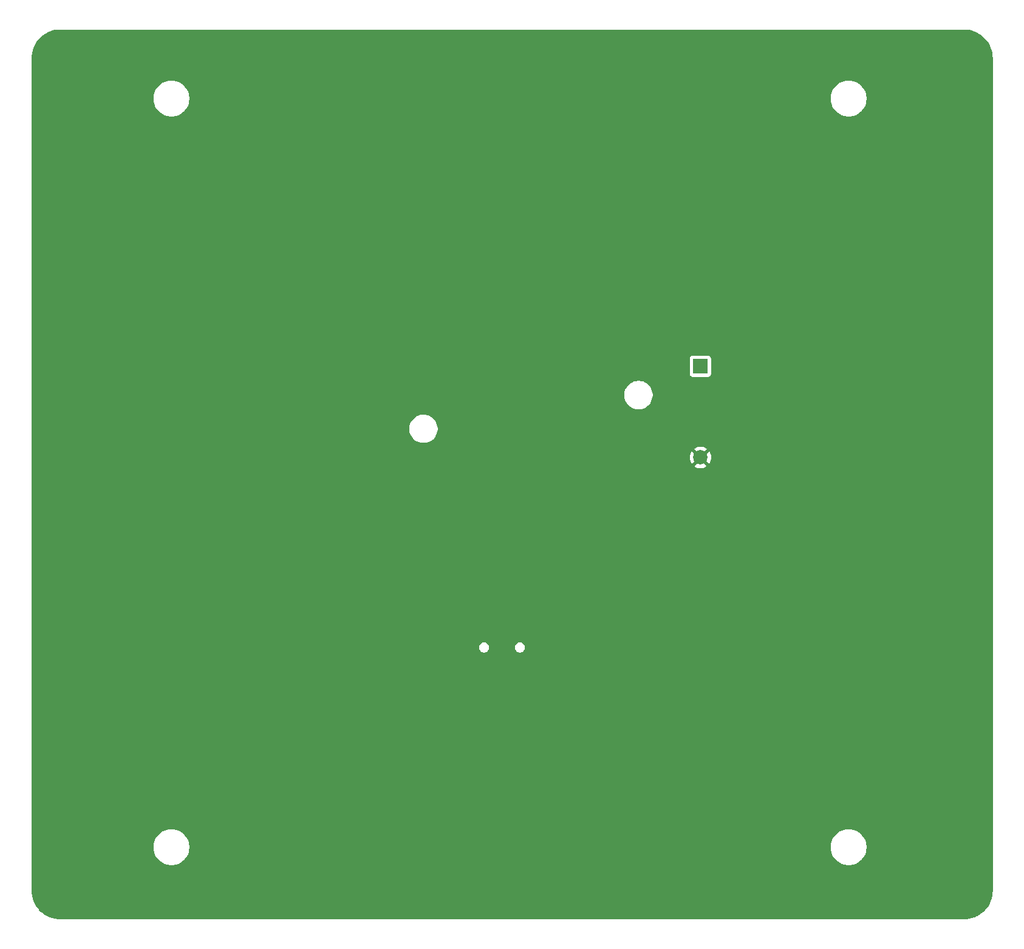
<source format=gbl>
G04 #@! TF.GenerationSoftware,KiCad,Pcbnew,8.0.5*
G04 #@! TF.CreationDate,2025-02-21T17:38:32-06:00*
G04 #@! TF.ProjectId,ArmorPlate,41726d6f-7250-46c6-9174-652e6b696361,rev?*
G04 #@! TF.SameCoordinates,Original*
G04 #@! TF.FileFunction,Copper,L2,Bot*
G04 #@! TF.FilePolarity,Positive*
%FSLAX46Y46*%
G04 Gerber Fmt 4.6, Leading zero omitted, Abs format (unit mm)*
G04 Created by KiCad (PCBNEW 8.0.5) date 2025-02-21 17:38:32*
%MOMM*%
%LPD*%
G01*
G04 APERTURE LIST*
G04 #@! TA.AperFunction,ComponentPad*
%ADD10R,2.000000X2.000000*%
G04 #@! TD*
G04 #@! TA.AperFunction,ComponentPad*
%ADD11C,2.000000*%
G04 #@! TD*
G04 APERTURE END LIST*
D10*
X176300000Y-77650000D03*
D11*
X176300000Y-90350000D03*
G04 #@! TA.AperFunction,Conductor*
G36*
X213052855Y-30675632D02*
G01*
X213413310Y-30692296D01*
X213424700Y-30693352D01*
X213779238Y-30742808D01*
X213790482Y-30744910D01*
X214138944Y-30826867D01*
X214149934Y-30829994D01*
X214489368Y-30943761D01*
X214500022Y-30947889D01*
X214827488Y-31092479D01*
X214837735Y-31097581D01*
X215150452Y-31271765D01*
X215160190Y-31277794D01*
X215455512Y-31480093D01*
X215464652Y-31486996D01*
X215740035Y-31715671D01*
X215748499Y-31723387D01*
X216001612Y-31976500D01*
X216009328Y-31984964D01*
X216238003Y-32260347D01*
X216244906Y-32269487D01*
X216447205Y-32564809D01*
X216453234Y-32574547D01*
X216627418Y-32887264D01*
X216632523Y-32897517D01*
X216777105Y-33224964D01*
X216781243Y-33235644D01*
X216895001Y-33575052D01*
X216898135Y-33586068D01*
X216980087Y-33934509D01*
X216982192Y-33945768D01*
X217031646Y-34300292D01*
X217032703Y-34311696D01*
X217049368Y-34672144D01*
X217049500Y-34677871D01*
X217049500Y-150742128D01*
X217049368Y-150747855D01*
X217032703Y-151108303D01*
X217031646Y-151119707D01*
X216982192Y-151474231D01*
X216980087Y-151485490D01*
X216898135Y-151833931D01*
X216895001Y-151844947D01*
X216781243Y-152184355D01*
X216777105Y-152195035D01*
X216632523Y-152522482D01*
X216627418Y-152532735D01*
X216453234Y-152845452D01*
X216447205Y-152855190D01*
X216244906Y-153150512D01*
X216238003Y-153159652D01*
X216009328Y-153435035D01*
X216001612Y-153443499D01*
X215748499Y-153696612D01*
X215740035Y-153704328D01*
X215464652Y-153933003D01*
X215455512Y-153939906D01*
X215160190Y-154142205D01*
X215150452Y-154148234D01*
X214837735Y-154322418D01*
X214827482Y-154327523D01*
X214500035Y-154472105D01*
X214489355Y-154476243D01*
X214149947Y-154590001D01*
X214138931Y-154593135D01*
X213790490Y-154675087D01*
X213779231Y-154677192D01*
X213424707Y-154726646D01*
X213413303Y-154727703D01*
X213052855Y-154744368D01*
X213047128Y-154744500D01*
X87052872Y-154744500D01*
X87047145Y-154744368D01*
X86686696Y-154727703D01*
X86675292Y-154726646D01*
X86320768Y-154677192D01*
X86309509Y-154675087D01*
X85961068Y-154593135D01*
X85950052Y-154590001D01*
X85610644Y-154476243D01*
X85599964Y-154472105D01*
X85272517Y-154327523D01*
X85262264Y-154322418D01*
X84949547Y-154148234D01*
X84939809Y-154142205D01*
X84644487Y-153939906D01*
X84635347Y-153933003D01*
X84359964Y-153704328D01*
X84351500Y-153696612D01*
X84098387Y-153443499D01*
X84090671Y-153435035D01*
X83861994Y-153159649D01*
X83855093Y-153150512D01*
X83652794Y-152855190D01*
X83646765Y-152845452D01*
X83557283Y-152684803D01*
X83472579Y-152532731D01*
X83467476Y-152522482D01*
X83322889Y-152195022D01*
X83318761Y-152184368D01*
X83204994Y-151844934D01*
X83201867Y-151833944D01*
X83119910Y-151485482D01*
X83117807Y-151474231D01*
X83068353Y-151119707D01*
X83067296Y-151108303D01*
X83050632Y-150747855D01*
X83050500Y-150742128D01*
X83050500Y-144559568D01*
X100049500Y-144559568D01*
X100049500Y-144840431D01*
X100080942Y-145119494D01*
X100080945Y-145119512D01*
X100143439Y-145393317D01*
X100143443Y-145393329D01*
X100236200Y-145658411D01*
X100358053Y-145911442D01*
X100358055Y-145911445D01*
X100507477Y-146149248D01*
X100682584Y-146368825D01*
X100881175Y-146567416D01*
X101100752Y-146742523D01*
X101338555Y-146891945D01*
X101591592Y-147013801D01*
X101790680Y-147083465D01*
X101856670Y-147106556D01*
X101856682Y-147106560D01*
X102130491Y-147169055D01*
X102130497Y-147169055D01*
X102130505Y-147169057D01*
X102316547Y-147190018D01*
X102409569Y-147200499D01*
X102409572Y-147200500D01*
X102409575Y-147200500D01*
X102690428Y-147200500D01*
X102690429Y-147200499D01*
X102833055Y-147184429D01*
X102969494Y-147169057D01*
X102969499Y-147169056D01*
X102969509Y-147169055D01*
X103243318Y-147106560D01*
X103508408Y-147013801D01*
X103761445Y-146891945D01*
X103999248Y-146742523D01*
X104218825Y-146567416D01*
X104417416Y-146368825D01*
X104592523Y-146149248D01*
X104741945Y-145911445D01*
X104863801Y-145658408D01*
X104956560Y-145393318D01*
X105019055Y-145119509D01*
X105050500Y-144840425D01*
X105050500Y-144559575D01*
X105050499Y-144559568D01*
X194449500Y-144559568D01*
X194449500Y-144840431D01*
X194480942Y-145119494D01*
X194480945Y-145119512D01*
X194543439Y-145393317D01*
X194543443Y-145393329D01*
X194636200Y-145658411D01*
X194758053Y-145911442D01*
X194758055Y-145911445D01*
X194907477Y-146149248D01*
X195082584Y-146368825D01*
X195281175Y-146567416D01*
X195500752Y-146742523D01*
X195738555Y-146891945D01*
X195991592Y-147013801D01*
X196190680Y-147083465D01*
X196256670Y-147106556D01*
X196256682Y-147106560D01*
X196530491Y-147169055D01*
X196530497Y-147169055D01*
X196530505Y-147169057D01*
X196716547Y-147190018D01*
X196809569Y-147200499D01*
X196809572Y-147200500D01*
X196809575Y-147200500D01*
X197090428Y-147200500D01*
X197090429Y-147200499D01*
X197233055Y-147184429D01*
X197369494Y-147169057D01*
X197369499Y-147169056D01*
X197369509Y-147169055D01*
X197643318Y-147106560D01*
X197908408Y-147013801D01*
X198161445Y-146891945D01*
X198399248Y-146742523D01*
X198618825Y-146567416D01*
X198817416Y-146368825D01*
X198992523Y-146149248D01*
X199141945Y-145911445D01*
X199263801Y-145658408D01*
X199356560Y-145393318D01*
X199419055Y-145119509D01*
X199450500Y-144840425D01*
X199450500Y-144559575D01*
X199419055Y-144280491D01*
X199356560Y-144006682D01*
X199263801Y-143741592D01*
X199141945Y-143488555D01*
X198992523Y-143250752D01*
X198817416Y-143031175D01*
X198618825Y-142832584D01*
X198399248Y-142657477D01*
X198161445Y-142508055D01*
X198161442Y-142508053D01*
X197908411Y-142386200D01*
X197643329Y-142293443D01*
X197643317Y-142293439D01*
X197369512Y-142230945D01*
X197369494Y-142230942D01*
X197090431Y-142199500D01*
X197090425Y-142199500D01*
X196809575Y-142199500D01*
X196809568Y-142199500D01*
X196530505Y-142230942D01*
X196530487Y-142230945D01*
X196256682Y-142293439D01*
X196256670Y-142293443D01*
X195991588Y-142386200D01*
X195738557Y-142508053D01*
X195500753Y-142657476D01*
X195281175Y-142832583D01*
X195082583Y-143031175D01*
X194907476Y-143250753D01*
X194758053Y-143488557D01*
X194636200Y-143741588D01*
X194543443Y-144006670D01*
X194543439Y-144006682D01*
X194480945Y-144280487D01*
X194480942Y-144280505D01*
X194449500Y-144559568D01*
X105050499Y-144559568D01*
X105019055Y-144280491D01*
X104956560Y-144006682D01*
X104863801Y-143741592D01*
X104741945Y-143488555D01*
X104592523Y-143250752D01*
X104417416Y-143031175D01*
X104218825Y-142832584D01*
X103999248Y-142657477D01*
X103761445Y-142508055D01*
X103761442Y-142508053D01*
X103508411Y-142386200D01*
X103243329Y-142293443D01*
X103243317Y-142293439D01*
X102969512Y-142230945D01*
X102969494Y-142230942D01*
X102690431Y-142199500D01*
X102690425Y-142199500D01*
X102409575Y-142199500D01*
X102409568Y-142199500D01*
X102130505Y-142230942D01*
X102130487Y-142230945D01*
X101856682Y-142293439D01*
X101856670Y-142293443D01*
X101591588Y-142386200D01*
X101338557Y-142508053D01*
X101100753Y-142657476D01*
X100881175Y-142832583D01*
X100682583Y-143031175D01*
X100507476Y-143250753D01*
X100358053Y-143488557D01*
X100236200Y-143741588D01*
X100143443Y-144006670D01*
X100143439Y-144006682D01*
X100080945Y-144280487D01*
X100080942Y-144280505D01*
X100049500Y-144559568D01*
X83050500Y-144559568D01*
X83050500Y-116908995D01*
X145429499Y-116908995D01*
X145456418Y-117044322D01*
X145456421Y-117044332D01*
X145509221Y-117171804D01*
X145509228Y-117171817D01*
X145585885Y-117286541D01*
X145585888Y-117286545D01*
X145683454Y-117384111D01*
X145683458Y-117384114D01*
X145798182Y-117460771D01*
X145798195Y-117460778D01*
X145925667Y-117513578D01*
X145925672Y-117513580D01*
X145925676Y-117513580D01*
X145925677Y-117513581D01*
X146061004Y-117540500D01*
X146061007Y-117540500D01*
X146198995Y-117540500D01*
X146290041Y-117522389D01*
X146334328Y-117513580D01*
X146461811Y-117460775D01*
X146576542Y-117384114D01*
X146674114Y-117286542D01*
X146750775Y-117171811D01*
X146803580Y-117044328D01*
X146830500Y-116908995D01*
X150429499Y-116908995D01*
X150456418Y-117044322D01*
X150456421Y-117044332D01*
X150509221Y-117171804D01*
X150509228Y-117171817D01*
X150585885Y-117286541D01*
X150585888Y-117286545D01*
X150683454Y-117384111D01*
X150683458Y-117384114D01*
X150798182Y-117460771D01*
X150798195Y-117460778D01*
X150925667Y-117513578D01*
X150925672Y-117513580D01*
X150925676Y-117513580D01*
X150925677Y-117513581D01*
X151061004Y-117540500D01*
X151061007Y-117540500D01*
X151198995Y-117540500D01*
X151290041Y-117522389D01*
X151334328Y-117513580D01*
X151461811Y-117460775D01*
X151576542Y-117384114D01*
X151674114Y-117286542D01*
X151750775Y-117171811D01*
X151803580Y-117044328D01*
X151830500Y-116908993D01*
X151830500Y-116771007D01*
X151830500Y-116771004D01*
X151803581Y-116635677D01*
X151803580Y-116635676D01*
X151803580Y-116635672D01*
X151803578Y-116635667D01*
X151750778Y-116508195D01*
X151750771Y-116508182D01*
X151674114Y-116393458D01*
X151674111Y-116393454D01*
X151576545Y-116295888D01*
X151576541Y-116295885D01*
X151461817Y-116219228D01*
X151461804Y-116219221D01*
X151334332Y-116166421D01*
X151334322Y-116166418D01*
X151198995Y-116139500D01*
X151198993Y-116139500D01*
X151061007Y-116139500D01*
X151061005Y-116139500D01*
X150925677Y-116166418D01*
X150925667Y-116166421D01*
X150798195Y-116219221D01*
X150798182Y-116219228D01*
X150683458Y-116295885D01*
X150683454Y-116295888D01*
X150585888Y-116393454D01*
X150585885Y-116393458D01*
X150509228Y-116508182D01*
X150509221Y-116508195D01*
X150456421Y-116635667D01*
X150456418Y-116635677D01*
X150429500Y-116771004D01*
X150429500Y-116771007D01*
X150429500Y-116908993D01*
X150429500Y-116908995D01*
X150429499Y-116908995D01*
X146830500Y-116908995D01*
X146830500Y-116908993D01*
X146830500Y-116771007D01*
X146830500Y-116771004D01*
X146803581Y-116635677D01*
X146803580Y-116635676D01*
X146803580Y-116635672D01*
X146803578Y-116635667D01*
X146750778Y-116508195D01*
X146750771Y-116508182D01*
X146674114Y-116393458D01*
X146674111Y-116393454D01*
X146576545Y-116295888D01*
X146576541Y-116295885D01*
X146461817Y-116219228D01*
X146461804Y-116219221D01*
X146334332Y-116166421D01*
X146334322Y-116166418D01*
X146198995Y-116139500D01*
X146198993Y-116139500D01*
X146061007Y-116139500D01*
X146061005Y-116139500D01*
X145925677Y-116166418D01*
X145925667Y-116166421D01*
X145798195Y-116219221D01*
X145798182Y-116219228D01*
X145683458Y-116295885D01*
X145683454Y-116295888D01*
X145585888Y-116393454D01*
X145585885Y-116393458D01*
X145509228Y-116508182D01*
X145509221Y-116508195D01*
X145456421Y-116635667D01*
X145456418Y-116635677D01*
X145429500Y-116771004D01*
X145429500Y-116771007D01*
X145429500Y-116908993D01*
X145429500Y-116908995D01*
X145429499Y-116908995D01*
X83050500Y-116908995D01*
X83050500Y-90349994D01*
X174794859Y-90349994D01*
X174794859Y-90350005D01*
X174815385Y-90597729D01*
X174815387Y-90597738D01*
X174876412Y-90838717D01*
X174976266Y-91066364D01*
X175076564Y-91219882D01*
X175808871Y-90487575D01*
X175824755Y-90546853D01*
X175891898Y-90663147D01*
X175986853Y-90758102D01*
X176103147Y-90825245D01*
X176162424Y-90841128D01*
X175429942Y-91573609D01*
X175476768Y-91610055D01*
X175476770Y-91610056D01*
X175695385Y-91728364D01*
X175695396Y-91728369D01*
X175930506Y-91809083D01*
X176175707Y-91850000D01*
X176424293Y-91850000D01*
X176669493Y-91809083D01*
X176904603Y-91728369D01*
X176904614Y-91728364D01*
X177123228Y-91610057D01*
X177123231Y-91610055D01*
X177170056Y-91573609D01*
X176437575Y-90841128D01*
X176496853Y-90825245D01*
X176613147Y-90758102D01*
X176708102Y-90663147D01*
X176775245Y-90546853D01*
X176791127Y-90487575D01*
X177523434Y-91219882D01*
X177623731Y-91066369D01*
X177723587Y-90838717D01*
X177784612Y-90597738D01*
X177784614Y-90597729D01*
X177805141Y-90350005D01*
X177805141Y-90349994D01*
X177784614Y-90102270D01*
X177784612Y-90102261D01*
X177723587Y-89861282D01*
X177623731Y-89633630D01*
X177523434Y-89480116D01*
X176791127Y-90212423D01*
X176775245Y-90153147D01*
X176708102Y-90036853D01*
X176613147Y-89941898D01*
X176496853Y-89874755D01*
X176437575Y-89858872D01*
X177170057Y-89126390D01*
X177170056Y-89126389D01*
X177123229Y-89089943D01*
X176904614Y-88971635D01*
X176904603Y-88971630D01*
X176669493Y-88890916D01*
X176424293Y-88850000D01*
X176175707Y-88850000D01*
X175930506Y-88890916D01*
X175695396Y-88971630D01*
X175695390Y-88971632D01*
X175476761Y-89089949D01*
X175429942Y-89126388D01*
X175429942Y-89126390D01*
X176162424Y-89858871D01*
X176103147Y-89874755D01*
X175986853Y-89941898D01*
X175891898Y-90036853D01*
X175824755Y-90153147D01*
X175808872Y-90212424D01*
X175076564Y-89480116D01*
X174976267Y-89633632D01*
X174876412Y-89861282D01*
X174815387Y-90102261D01*
X174815385Y-90102270D01*
X174794859Y-90349994D01*
X83050500Y-90349994D01*
X83050500Y-86220525D01*
X135714500Y-86220525D01*
X135714500Y-86479474D01*
X135714501Y-86479491D01*
X135748299Y-86736217D01*
X135748300Y-86736222D01*
X135748301Y-86736228D01*
X135748302Y-86736230D01*
X135815324Y-86986364D01*
X135914423Y-87225609D01*
X135914427Y-87225619D01*
X136043906Y-87449883D01*
X136201551Y-87655331D01*
X136201557Y-87655338D01*
X136384661Y-87838442D01*
X136384668Y-87838448D01*
X136590116Y-87996093D01*
X136814380Y-88125572D01*
X136814381Y-88125572D01*
X136814384Y-88125574D01*
X137053634Y-88224675D01*
X137303772Y-88291699D01*
X137560519Y-88325500D01*
X137560526Y-88325500D01*
X137819474Y-88325500D01*
X137819481Y-88325500D01*
X138076228Y-88291699D01*
X138326366Y-88224675D01*
X138565616Y-88125574D01*
X138789884Y-87996093D01*
X138995333Y-87838447D01*
X139178447Y-87655333D01*
X139336093Y-87449884D01*
X139465574Y-87225616D01*
X139564675Y-86986366D01*
X139631699Y-86736228D01*
X139665500Y-86479481D01*
X139665500Y-86220519D01*
X139631699Y-85963772D01*
X139564675Y-85713634D01*
X139465574Y-85474384D01*
X139336093Y-85250116D01*
X139178447Y-85044667D01*
X139178442Y-85044661D01*
X138995338Y-84861557D01*
X138995331Y-84861551D01*
X138789883Y-84703906D01*
X138565619Y-84574427D01*
X138565609Y-84574423D01*
X138326364Y-84475324D01*
X138201297Y-84441813D01*
X138076228Y-84408301D01*
X138076222Y-84408300D01*
X138076217Y-84408299D01*
X137819491Y-84374501D01*
X137819486Y-84374500D01*
X137819481Y-84374500D01*
X137560519Y-84374500D01*
X137560513Y-84374500D01*
X137560508Y-84374501D01*
X137303782Y-84408299D01*
X137303775Y-84408300D01*
X137303772Y-84408301D01*
X137250908Y-84422465D01*
X137053635Y-84475324D01*
X136814390Y-84574423D01*
X136814380Y-84574427D01*
X136590116Y-84703906D01*
X136384668Y-84861551D01*
X136384661Y-84861557D01*
X136201557Y-85044661D01*
X136201551Y-85044668D01*
X136043906Y-85250116D01*
X135914427Y-85474380D01*
X135914423Y-85474390D01*
X135815324Y-85713635D01*
X135748302Y-85963769D01*
X135748299Y-85963782D01*
X135714501Y-86220508D01*
X135714500Y-86220525D01*
X83050500Y-86220525D01*
X83050500Y-81520525D01*
X165684500Y-81520525D01*
X165684500Y-81779474D01*
X165684501Y-81779491D01*
X165718299Y-82036217D01*
X165718300Y-82036222D01*
X165718301Y-82036228D01*
X165718302Y-82036230D01*
X165785324Y-82286364D01*
X165884423Y-82525609D01*
X165884427Y-82525619D01*
X166013906Y-82749883D01*
X166171551Y-82955331D01*
X166171557Y-82955338D01*
X166354661Y-83138442D01*
X166354668Y-83138448D01*
X166560116Y-83296093D01*
X166784380Y-83425572D01*
X166784381Y-83425572D01*
X166784384Y-83425574D01*
X167023634Y-83524675D01*
X167273772Y-83591699D01*
X167530519Y-83625500D01*
X167530526Y-83625500D01*
X167789474Y-83625500D01*
X167789481Y-83625500D01*
X168046228Y-83591699D01*
X168296366Y-83524675D01*
X168535616Y-83425574D01*
X168759884Y-83296093D01*
X168965333Y-83138447D01*
X169148447Y-82955333D01*
X169306093Y-82749884D01*
X169435574Y-82525616D01*
X169534675Y-82286366D01*
X169601699Y-82036228D01*
X169635500Y-81779481D01*
X169635500Y-81520519D01*
X169601699Y-81263772D01*
X169534675Y-81013634D01*
X169435574Y-80774384D01*
X169306093Y-80550116D01*
X169148447Y-80344667D01*
X169148442Y-80344661D01*
X168965338Y-80161557D01*
X168965331Y-80161551D01*
X168759883Y-80003906D01*
X168535619Y-79874427D01*
X168535609Y-79874423D01*
X168296364Y-79775324D01*
X168171297Y-79741813D01*
X168046228Y-79708301D01*
X168046222Y-79708300D01*
X168046217Y-79708299D01*
X167789491Y-79674501D01*
X167789486Y-79674500D01*
X167789481Y-79674500D01*
X167530519Y-79674500D01*
X167530513Y-79674500D01*
X167530508Y-79674501D01*
X167273782Y-79708299D01*
X167273775Y-79708300D01*
X167273772Y-79708301D01*
X167220908Y-79722465D01*
X167023635Y-79775324D01*
X166784390Y-79874423D01*
X166784380Y-79874427D01*
X166560116Y-80003906D01*
X166354668Y-80161551D01*
X166354661Y-80161557D01*
X166171557Y-80344661D01*
X166171551Y-80344668D01*
X166013906Y-80550116D01*
X165884427Y-80774380D01*
X165884423Y-80774390D01*
X165785324Y-81013635D01*
X165718302Y-81263769D01*
X165718299Y-81263782D01*
X165684501Y-81520508D01*
X165684500Y-81520525D01*
X83050500Y-81520525D01*
X83050500Y-76602135D01*
X174799500Y-76602135D01*
X174799500Y-78697870D01*
X174799501Y-78697876D01*
X174805908Y-78757483D01*
X174856202Y-78892328D01*
X174856206Y-78892335D01*
X174942452Y-79007544D01*
X174942455Y-79007547D01*
X175057664Y-79093793D01*
X175057671Y-79093797D01*
X175192517Y-79144091D01*
X175192516Y-79144091D01*
X175199444Y-79144835D01*
X175252127Y-79150500D01*
X177347872Y-79150499D01*
X177407483Y-79144091D01*
X177542331Y-79093796D01*
X177657546Y-79007546D01*
X177743796Y-78892331D01*
X177794091Y-78757483D01*
X177800500Y-78697873D01*
X177800499Y-76602128D01*
X177794091Y-76542517D01*
X177743796Y-76407669D01*
X177743795Y-76407668D01*
X177743793Y-76407664D01*
X177657547Y-76292455D01*
X177657544Y-76292452D01*
X177542335Y-76206206D01*
X177542328Y-76206202D01*
X177407482Y-76155908D01*
X177407483Y-76155908D01*
X177347883Y-76149501D01*
X177347881Y-76149500D01*
X177347873Y-76149500D01*
X177347864Y-76149500D01*
X175252129Y-76149500D01*
X175252123Y-76149501D01*
X175192516Y-76155908D01*
X175057671Y-76206202D01*
X175057664Y-76206206D01*
X174942455Y-76292452D01*
X174942452Y-76292455D01*
X174856206Y-76407664D01*
X174856202Y-76407671D01*
X174805908Y-76542517D01*
X174799501Y-76602116D01*
X174799501Y-76602123D01*
X174799500Y-76602135D01*
X83050500Y-76602135D01*
X83050500Y-40159568D01*
X100049500Y-40159568D01*
X100049500Y-40440431D01*
X100080942Y-40719494D01*
X100080945Y-40719512D01*
X100143439Y-40993317D01*
X100143443Y-40993329D01*
X100236200Y-41258411D01*
X100358053Y-41511442D01*
X100358055Y-41511445D01*
X100507477Y-41749248D01*
X100682584Y-41968825D01*
X100881175Y-42167416D01*
X101100752Y-42342523D01*
X101338555Y-42491945D01*
X101591592Y-42613801D01*
X101790680Y-42683465D01*
X101856670Y-42706556D01*
X101856682Y-42706560D01*
X102130491Y-42769055D01*
X102130497Y-42769055D01*
X102130505Y-42769057D01*
X102316547Y-42790018D01*
X102409569Y-42800499D01*
X102409572Y-42800500D01*
X102409575Y-42800500D01*
X102690428Y-42800500D01*
X102690429Y-42800499D01*
X102833055Y-42784429D01*
X102969494Y-42769057D01*
X102969499Y-42769056D01*
X102969509Y-42769055D01*
X103243318Y-42706560D01*
X103508408Y-42613801D01*
X103761445Y-42491945D01*
X103999248Y-42342523D01*
X104218825Y-42167416D01*
X104417416Y-41968825D01*
X104592523Y-41749248D01*
X104741945Y-41511445D01*
X104863801Y-41258408D01*
X104956560Y-40993318D01*
X105019055Y-40719509D01*
X105050500Y-40440425D01*
X105050500Y-40159575D01*
X105050499Y-40159568D01*
X194449500Y-40159568D01*
X194449500Y-40440431D01*
X194480942Y-40719494D01*
X194480945Y-40719512D01*
X194543439Y-40993317D01*
X194543443Y-40993329D01*
X194636200Y-41258411D01*
X194758053Y-41511442D01*
X194758055Y-41511445D01*
X194907477Y-41749248D01*
X195082584Y-41968825D01*
X195281175Y-42167416D01*
X195500752Y-42342523D01*
X195738555Y-42491945D01*
X195991592Y-42613801D01*
X196190680Y-42683465D01*
X196256670Y-42706556D01*
X196256682Y-42706560D01*
X196530491Y-42769055D01*
X196530497Y-42769055D01*
X196530505Y-42769057D01*
X196716547Y-42790018D01*
X196809569Y-42800499D01*
X196809572Y-42800500D01*
X196809575Y-42800500D01*
X197090428Y-42800500D01*
X197090429Y-42800499D01*
X197233055Y-42784429D01*
X197369494Y-42769057D01*
X197369499Y-42769056D01*
X197369509Y-42769055D01*
X197643318Y-42706560D01*
X197908408Y-42613801D01*
X198161445Y-42491945D01*
X198399248Y-42342523D01*
X198618825Y-42167416D01*
X198817416Y-41968825D01*
X198992523Y-41749248D01*
X199141945Y-41511445D01*
X199263801Y-41258408D01*
X199356560Y-40993318D01*
X199419055Y-40719509D01*
X199450500Y-40440425D01*
X199450500Y-40159575D01*
X199419055Y-39880491D01*
X199356560Y-39606682D01*
X199263801Y-39341592D01*
X199141945Y-39088555D01*
X198992523Y-38850752D01*
X198817416Y-38631175D01*
X198618825Y-38432584D01*
X198399248Y-38257477D01*
X198161445Y-38108055D01*
X198161442Y-38108053D01*
X197908411Y-37986200D01*
X197643329Y-37893443D01*
X197643317Y-37893439D01*
X197369512Y-37830945D01*
X197369494Y-37830942D01*
X197090431Y-37799500D01*
X197090425Y-37799500D01*
X196809575Y-37799500D01*
X196809568Y-37799500D01*
X196530505Y-37830942D01*
X196530487Y-37830945D01*
X196256682Y-37893439D01*
X196256670Y-37893443D01*
X195991588Y-37986200D01*
X195738557Y-38108053D01*
X195500753Y-38257476D01*
X195281175Y-38432583D01*
X195082583Y-38631175D01*
X194907476Y-38850753D01*
X194758053Y-39088557D01*
X194636200Y-39341588D01*
X194543443Y-39606670D01*
X194543439Y-39606682D01*
X194480945Y-39880487D01*
X194480942Y-39880505D01*
X194449500Y-40159568D01*
X105050499Y-40159568D01*
X105019055Y-39880491D01*
X104956560Y-39606682D01*
X104863801Y-39341592D01*
X104741945Y-39088555D01*
X104592523Y-38850752D01*
X104417416Y-38631175D01*
X104218825Y-38432584D01*
X103999248Y-38257477D01*
X103761445Y-38108055D01*
X103761442Y-38108053D01*
X103508411Y-37986200D01*
X103243329Y-37893443D01*
X103243317Y-37893439D01*
X102969512Y-37830945D01*
X102969494Y-37830942D01*
X102690431Y-37799500D01*
X102690425Y-37799500D01*
X102409575Y-37799500D01*
X102409568Y-37799500D01*
X102130505Y-37830942D01*
X102130487Y-37830945D01*
X101856682Y-37893439D01*
X101856670Y-37893443D01*
X101591588Y-37986200D01*
X101338557Y-38108053D01*
X101100753Y-38257476D01*
X100881175Y-38432583D01*
X100682583Y-38631175D01*
X100507476Y-38850753D01*
X100358053Y-39088557D01*
X100236200Y-39341588D01*
X100143443Y-39606670D01*
X100143439Y-39606682D01*
X100080945Y-39880487D01*
X100080942Y-39880505D01*
X100049500Y-40159568D01*
X83050500Y-40159568D01*
X83050500Y-34677871D01*
X83050632Y-34672144D01*
X83067296Y-34311696D01*
X83068353Y-34300292D01*
X83102438Y-34055946D01*
X83117809Y-33945757D01*
X83119909Y-33934520D01*
X83201869Y-33586049D01*
X83204992Y-33575070D01*
X83318763Y-33235623D01*
X83322886Y-33224984D01*
X83467482Y-32897503D01*
X83472574Y-32887277D01*
X83646768Y-32574541D01*
X83652794Y-32564809D01*
X83855103Y-32269472D01*
X83861985Y-32260360D01*
X84090682Y-31984951D01*
X84098376Y-31976511D01*
X84351511Y-31723376D01*
X84359951Y-31715682D01*
X84635360Y-31486985D01*
X84644472Y-31480103D01*
X84939814Y-31277790D01*
X84949541Y-31271768D01*
X85262277Y-31097574D01*
X85272503Y-31092482D01*
X85599984Y-30947886D01*
X85610623Y-30943763D01*
X85950070Y-30829992D01*
X85961049Y-30826869D01*
X86309520Y-30744909D01*
X86320757Y-30742809D01*
X86675301Y-30693352D01*
X86686687Y-30692296D01*
X87047145Y-30675632D01*
X87052872Y-30675500D01*
X87115892Y-30675500D01*
X212984108Y-30675500D01*
X213047128Y-30675500D01*
X213052855Y-30675632D01*
G37*
G04 #@! TD.AperFunction*
M02*

</source>
